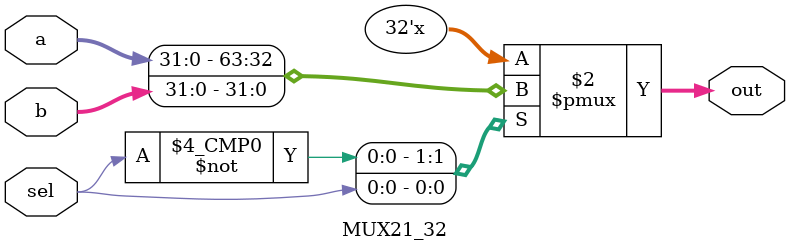
<source format=v>
module MUX21_32(out,sel,a,b);
  output[31:0] out;
  input[31:0] a,b;
  input sel;
  reg [31:0] out;

  always@(sel or a or b)
      case(sel)
          1'b0: out=a;
          1'b1: out=b;          
      endcase
endmodule
</source>
